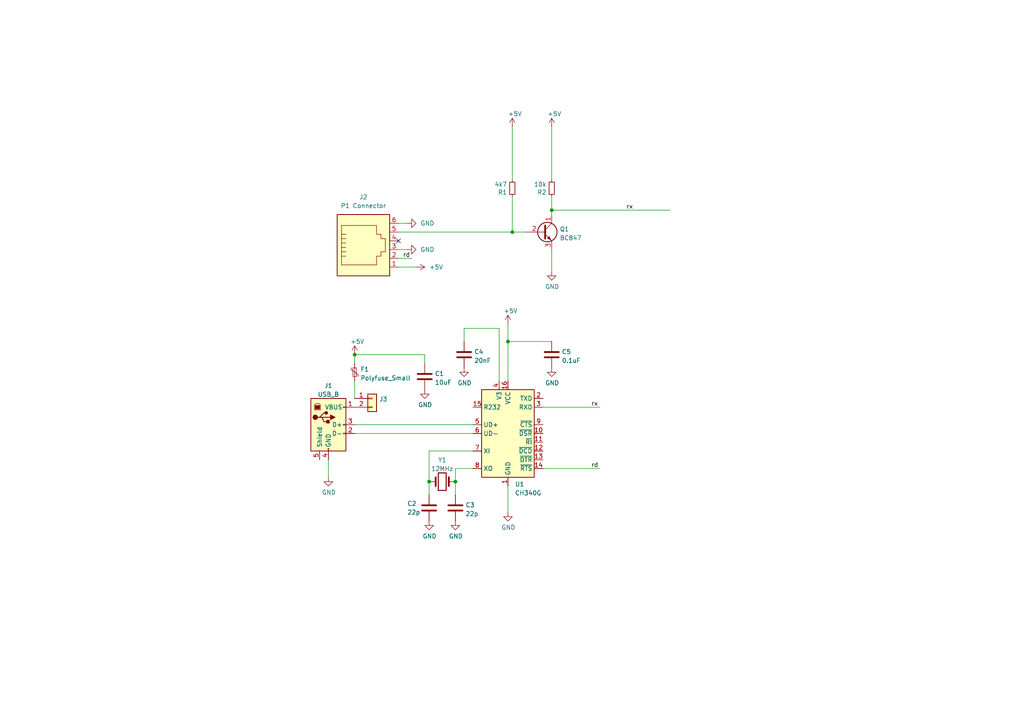
<source format=kicad_sch>
(kicad_sch (version 20211123) (generator eeschema)
  (paper "A4")
  (lib_symbols
    (symbol "Connector:6P6C" (pin_names (offset 1.016))
      (property "Reference" "J" (at -5.08 11.43 0))
      (property "Value" "6P6C" (at 2.54 11.43 0))
      (symbol "6P6C_0_1"
        (polyline (pts (xy -6.35 -1.905) (xy -5.08 -1.905) (xy -5.08 -1.905)))
        (polyline (pts (xy -6.35 -0.635) (xy -5.08 -0.635) (xy -5.08 -0.635)))
        (polyline (pts (xy -6.35 0.635) (xy -5.08 0.635) (xy -5.08 0.635)))
        (polyline (pts (xy -6.35 1.905) (xy -5.08 1.905) (xy -5.08 1.905)))
        (polyline (pts (xy -6.35 3.175) (xy -5.08 3.175) (xy -5.08 3.175)))
        (polyline (pts (xy -5.08 4.445) (xy -6.35 4.445) (xy -6.35 4.445)))
        (polyline (pts (xy -6.35 -4.445) (xy -6.35 6.985) (xy 3.81 6.985) (xy 3.81 4.445) (xy 5.08 4.445) (xy 5.08 3.175) (xy 6.35 3.175) (xy 6.35 -0.635) (xy 5.08 -0.635) (xy 5.08 -1.905) (xy 3.81 -1.905) (xy 3.81 -4.445) (xy -6.35 -4.445) (xy -6.35 -4.445)))
        (rectangle (start 7.62 10.16) (end -7.62 -7.62) (stroke (width 0.254)) (fill (type background)))
      )
      (symbol "6P6C_1_1"
        (pin passive line (at 10.16 -5.08 180) (length 2.54) (name "~") (number "1"))
        (pin passive line (at 10.16 -2.54 180) (length 2.54) (name "~") (number "2"))
        (pin passive line (at 10.16 0 180) (length 2.54) (name "~") (number "3"))
        (pin passive line (at 10.16 2.54 180) (length 2.54) (name "~") (number "4"))
        (pin passive line (at 10.16 5.08 180) (length 2.54) (name "~") (number "5"))
        (pin passive line (at 10.16 7.62 180) (length 2.54) (name "~") (number "6"))
      )
    )
    (symbol "Connector:USB_B" (pin_names (offset 1.016))
      (property "Reference" "J" (at -5.08 11.43 0))
      (property "Value" "USB_B" (at -5.08 8.89 0))
      (symbol "USB_B_0_1"
        (rectangle (start -5.08 -7.62) (end 5.08 7.62) (stroke (width 0.254)) (fill (type background)))
        (circle (center -3.81 2.159) (radius 0.635) (stroke (width 0.254)) (fill (type outline)))
        (rectangle (start -3.81 5.588) (end -2.54 4.572) (fill (type outline)))
        (circle (center -0.635 3.429) (radius 0.381) (stroke (width 0.254)) (fill (type outline)))
        (rectangle (start -0.127 -7.62) (end 0.127 -6.858))
        (polyline (pts (xy -1.905 2.159) (xy 0.635 2.159)) (stroke (width 0.254)))
        (polyline (pts (xy -3.175 2.159) (xy -2.54 2.159) (xy -1.27 3.429) (xy -0.635 3.429)) (stroke (width 0.254)))
        (polyline (pts (xy -2.54 2.159) (xy -1.905 2.159) (xy -1.27 0.889) (xy 0 0.889)) (stroke (width 0.254)))
        (polyline (pts (xy 0.635 2.794) (xy 0.635 1.524) (xy 1.905 2.159) (xy 0.635 2.794)) (stroke (width 0.254)) (fill (type outline)))
        (polyline (pts (xy -4.064 4.318) (xy -2.286 4.318) (xy -2.286 5.715) (xy -2.667 6.096) (xy -3.683 6.096) (xy -4.064 5.715) (xy -4.064 4.318)))
        (rectangle (start 0.254 1.27) (end -0.508 0.508) (stroke (width 0.254)) (fill (type outline)))
        (rectangle (start 5.08 -2.667) (end 4.318 -2.413))
        (rectangle (start 5.08 -0.127) (end 4.318 0.127))
        (rectangle (start 5.08 4.953) (end 4.318 5.207))
      )
      (symbol "USB_B_1_1"
        (pin power_out line (at 7.62 5.08 180) (length 2.54) (name "VBUS") (number "1"))
        (pin bidirectional line (at 7.62 -2.54 180) (length 2.54) (name "D-") (number "2"))
        (pin bidirectional line (at 7.62 0 180) (length 2.54) (name "D+") (number "3"))
        (pin power_out line (at 0 -10.16 90) (length 2.54) (name "GND") (number "4"))
        (pin passive line (at -2.54 -10.16 90) (length 2.54) (name "Shield") (number "5"))
      )
    )
    (symbol "Connector_Generic:Conn_01x02" (pin_names (offset 1.016) hide)
      (property "Reference" "J" (at 0 2.54 0))
      (property "Value" "Conn_01x02" (at 0 -5.08 0))
      (symbol "Conn_01x02_1_1"
        (rectangle (start -1.27 -2.413) (end 0 -2.667) (stroke (width 0.1524)))
        (rectangle (start -1.27 0.127) (end 0 -0.127) (stroke (width 0.1524)))
        (rectangle (start -1.27 1.27) (end 1.27 -3.81) (stroke (width 0.254)) (fill (type background)))
        (pin passive line (at -5.08 0 0) (length 3.81) (name "Pin_1") (number "1"))
        (pin passive line (at -5.08 -2.54 0) (length 3.81) (name "Pin_2") (number "2"))
      )
    )
    (symbol "Device:C" (pin_numbers hide) (pin_names (offset 0.254))
      (property "Reference" "C" (at 0.635 2.54 0))
      (property "Value" "C" (at 0.635 -2.54 0))
      (symbol "C_0_1"
        (polyline (pts (xy -2.032 -0.762) (xy 2.032 -0.762)) (stroke (width 0.508)))
        (polyline (pts (xy -2.032 0.762) (xy 2.032 0.762)) (stroke (width 0.508)))
      )
      (symbol "C_1_1"
        (pin passive line (at 0 3.81 270) (length 2.794) (name "~") (number "1"))
        (pin passive line (at 0 -3.81 90) (length 2.794) (name "~") (number "2"))
      )
    )
    (symbol "Device:Crystal" (pin_numbers hide) (pin_names (offset 1.016) hide)
      (property "Reference" "Y" (at 0 3.81 0))
      (property "Value" "Crystal" (at 0 -3.81 0))
      (symbol "Crystal_0_1"
        (rectangle (start -1.143 2.54) (end 1.143 -2.54) (stroke (width 0.3048)))
        (polyline (pts (xy -2.54 0) (xy -1.905 0)))
        (polyline (pts (xy -1.905 -1.27) (xy -1.905 1.27)) (stroke (width 0.508)))
        (polyline (pts (xy 1.905 -1.27) (xy 1.905 1.27)) (stroke (width 0.508)))
        (polyline (pts (xy 2.54 0) (xy 1.905 0)))
      )
      (symbol "Crystal_1_1"
        (pin passive line (at -3.81 0 0) (length 1.27) (name "1") (number "1"))
        (pin passive line (at 3.81 0 180) (length 1.27) (name "2") (number "2"))
      )
    )
    (symbol "Device:Polyfuse_Small" (pin_numbers hide) (pin_names (offset 0))
      (property "Reference" "F" (at -1.905 0 90))
      (property "Value" "Polyfuse_Small" (at 1.905 0 90))
      (symbol "Polyfuse_Small_0_1"
        (rectangle (start -0.508 1.27) (end 0.508 -1.27))
        (polyline (pts (xy 0 2.54) (xy 0 -2.54)))
        (polyline (pts (xy -1.016 1.27) (xy -1.016 0.762) (xy 1.016 -0.762) (xy 1.016 -1.27)))
      )
      (symbol "Polyfuse_Small_1_1"
        (pin passive line (at 0 2.54 270) (length 0.635) (name "~") (number "1"))
        (pin passive line (at 0 -2.54 90) (length 0.635) (name "~") (number "2"))
      )
    )
    (symbol "Device:R_Small" (pin_numbers hide) (pin_names (offset 0.254) hide)
      (property "Reference" "R" (at 0.762 0.508 0))
      (property "Value" "R_Small" (at 0.762 -1.016 0))
      (symbol "R_Small_0_1"
        (rectangle (start -0.762 1.778) (end 0.762 -1.778) (stroke (width 0.2032)))
      )
      (symbol "R_Small_1_1"
        (pin passive line (at 0 2.54 270) (length 0.762) (name "~") (number "1"))
        (pin passive line (at 0 -2.54 90) (length 0.762) (name "~") (number "2"))
      )
    )
    (symbol "Interface_USB:CH340G"
      (property "Reference" "U" (at -5.08 13.97 0))
      (property "Value" "CH340G" (at 1.27 13.97 0))
      (symbol "CH340G_0_1"
        (rectangle (start -7.62 12.7) (end 7.62 -12.7) (stroke (width 0.254)) (fill (type background)))
      )
      (symbol "CH340G_1_1"
        (pin power_in line (at 0 -15.24 90) (length 2.54) (name "GND") (number "1"))
        (pin input line (at 10.16 0 180) (length 2.54) (name "~{DSR}") (number "10"))
        (pin input line (at 10.16 -2.54 180) (length 2.54) (name "~{RI}") (number "11"))
        (pin input line (at 10.16 -5.08 180) (length 2.54) (name "~{DCD}") (number "12"))
        (pin output line (at 10.16 -7.62 180) (length 2.54) (name "~{DTR}") (number "13"))
        (pin output line (at 10.16 -10.16 180) (length 2.54) (name "~{RTS}") (number "14"))
        (pin input line (at -10.16 7.62 0) (length 2.54) (name "R232") (number "15"))
        (pin power_in line (at 0 15.24 270) (length 2.54) (name "VCC") (number "16"))
        (pin output line (at 10.16 10.16 180) (length 2.54) (name "TXD") (number "2"))
        (pin input line (at 10.16 7.62 180) (length 2.54) (name "RXD") (number "3"))
        (pin passive line (at -2.54 15.24 270) (length 2.54) (name "V3") (number "4"))
        (pin bidirectional line (at -10.16 2.54 0) (length 2.54) (name "UD+") (number "5"))
        (pin bidirectional line (at -10.16 0 0) (length 2.54) (name "UD-") (number "6"))
        (pin input line (at -10.16 -5.08 0) (length 2.54) (name "XI") (number "7"))
        (pin output line (at -10.16 -10.16 0) (length 2.54) (name "XO") (number "8"))
        (pin input line (at 10.16 2.54 180) (length 2.54) (name "~{CTS}") (number "9"))
      )
    )
    (symbol "Transistor_BJT:BC547" (pin_names (offset 0) hide)
      (property "Reference" "Q" (at 5.08 1.905 0))
      (property "Value" "BC547" (at 5.08 0 0))
      (symbol "BC547_0_1"
        (polyline (pts (xy 0 0) (xy 0.635 0)))
        (polyline (pts (xy 0.635 0.635) (xy 2.54 2.54)))
        (polyline (pts (xy 0.635 -0.635) (xy 2.54 -2.54) (xy 2.54 -2.54)))
        (polyline (pts (xy 0.635 1.905) (xy 0.635 -1.905) (xy 0.635 -1.905)) (stroke (width 0.508)))
        (polyline (pts (xy 1.27 -1.778) (xy 1.778 -1.27) (xy 2.286 -2.286) (xy 1.27 -1.778) (xy 1.27 -1.778)) (fill (type outline)))
        (circle (center 1.27 0) (radius 2.8194) (stroke (width 0.254)))
      )
      (symbol "BC547_1_1"
        (pin passive line (at 2.54 5.08 270) (length 2.54) (name "C") (number "1"))
        (pin input line (at -5.08 0 0) (length 5.08) (name "B") (number "2"))
        (pin passive line (at 2.54 -5.08 90) (length 2.54) (name "E") (number "3"))
      )
    )
    (symbol "power:+5V" (power) (pin_names (offset 0))
      (property "Value" "+5V" (at 0 3.556 0))
      (symbol "+5V_0_1"
        (polyline (pts (xy -0.762 1.27) (xy 0 2.54)))
        (polyline (pts (xy 0 0) (xy 0 2.54)))
        (polyline (pts (xy 0 2.54) (xy 0.762 1.27)))
      )
      (symbol "+5V_1_1"
        (pin power_in line (at 0 0 90) (length 0) hide (name "+5V") (number "1"))
      )
    )
    (symbol "power:GND" (power) (pin_names (offset 0))
      (property "Value" "GND" (at 0 -3.81 0))
      (symbol "GND_0_1"
        (polyline (pts (xy 0 0) (xy 0 -1.27) (xy 1.27 -1.27) (xy 0 -2.54) (xy -1.27 -1.27) (xy 0 -1.27)))
      )
      (symbol "GND_1_1"
        (pin power_in line (at 0 0 270) (length 0) hide (name "GND") (number "1"))
      )
    )
  )
  (junction (at 132.08 139.7))
  (junction (at 148.59 67.31))
  (junction (at 124.46 139.7))
  (junction (at 160.02 60.96))
  (junction (at 102.87 102.87))
  (junction (at 147.32 99.06))
  (no_connect (at 115.57 69.85))
  (wire (pts (xy 115.57 72.39) (xy 118.11 72.39)))
  (wire (pts (xy 147.32 99.06) (xy 147.32 110.49)))
  (wire (pts (xy 144.78 110.49) (xy 144.78 95.25)))
  (wire (pts (xy 157.48 135.89) (xy 173.99 135.89)))
  (wire (pts (xy 102.87 110.49) (xy 102.87 115.57)))
  (wire (pts (xy 148.59 67.31) (xy 152.4 67.31)))
  (wire (pts (xy 160.02 60.96) (xy 194.31 60.96)))
  (wire (pts (xy 132.08 139.7) (xy 132.08 143.51)))
  (wire (pts (xy 134.62 95.25) (xy 134.62 99.06)))
  (wire (pts (xy 102.87 123.19) (xy 137.16 123.19)))
  (wire (pts (xy 160.02 60.96) (xy 160.02 62.23)))
  (wire (pts (xy 95.25 133.35) (xy 95.25 138.43)))
  (wire (pts (xy 115.57 67.31) (xy 148.59 67.31)))
  (wire (pts (xy 102.87 125.73) (xy 137.16 125.73)))
  (wire (pts (xy 102.87 105.41) (xy 102.87 102.87)))
  (wire (pts (xy 160.02 57.15) (xy 160.02 60.96)))
  (wire (pts (xy 102.87 102.87) (xy 123.19 102.87)))
  (wire (pts (xy 148.59 57.15) (xy 148.59 67.31)))
  (wire (pts (xy 132.08 139.7) (xy 132.08 135.89)))
  (wire (pts (xy 115.57 77.47) (xy 120.65 77.47)))
  (wire (pts (xy 144.78 95.25) (xy 134.62 95.25)))
  (wire (pts (xy 124.46 139.7) (xy 124.46 143.51)))
  (wire (pts (xy 123.19 105.41) (xy 123.19 102.87)))
  (wire (pts (xy 157.48 118.11) (xy 173.99 118.11)))
  (wire (pts (xy 124.46 139.7) (xy 124.46 130.81)))
  (wire (pts (xy 160.02 78.74) (xy 160.02 72.39)))
  (wire (pts (xy 147.32 93.98) (xy 147.32 99.06)))
  (wire (pts (xy 124.46 130.81) (xy 137.16 130.81)))
  (wire (pts (xy 160.02 36.83) (xy 160.02 52.07)))
  (wire (pts (xy 148.59 36.83) (xy 148.59 52.07)))
  (wire (pts (xy 115.57 64.77) (xy 118.11 64.77)))
  (wire (pts (xy 147.32 99.06) (xy 160.02 99.06)))
  (wire (pts (xy 147.32 140.97) (xy 147.32 148.59)))
  (wire (pts (xy 132.08 135.89) (xy 137.16 135.89)))
  (wire (pts (xy 115.57 74.93) (xy 119.38 74.93)))
  (label "rd" (at 171.45 135.89 0))
  (label "rx" (at 181.61 60.96 0))
  (label "rx" (at 171.45 118.11 0))
  (label "rd" (at 116.84 74.93 0))
  (symbol (lib_id "power:GND") (at 132.08 151.13 0) (unit 1)
    (property "Reference" "#PWR0114" (effects hide))
    (property "Value" "GND" (at 132.207 155.5242 0))
  )
  (symbol (lib_id "Device:C") (at 160.02 102.87 0) (unit 1)
    (property "Reference" "C5" (at 162.941 102.0353 0) (effects (justify left)))
    (property "Value" "0.1uF" (at 162.941 104.5722 0) (effects (justify left)))
    (property "Footprint" "Capacitor_SMD:C_0805_2012Metric_Pad1.18x1.45mm_HandSolder" (effects hide))
  )
  (symbol (lib_id "power:GND") (at 147.32 148.59 0) (unit 1)
    (property "Reference" "#PWR0110" (effects hide))
    (property "Value" "GND" (at 147.447 152.9842 0))
  )
  (symbol (lib_id "power:+5V") (at 102.87 102.87 0) (unit 1)
    (property "Reference" "#PWR0112" (effects hide))
    (property "Value" "+5V" (at 101.6 99.06 0) (effects (justify left)))
  )
  (symbol (lib_id "Connector:6P6C") (at 105.41 72.39 0) (unit 1)
    (property "Reference" "J2" (at 105.41 57.15 0))
    (property "Value" "P1 Connector" (at 105.41 59.69 0))
    (property "Footprint" "Connector_RJ:RJ12_Amphenol_54601" (effects hide))
    (property "Datasheet" "https://www.tme.eu/Document/ea184333224e66e86ff816154e741036/54601-906WPLF.pdf" (effects hide))
    (property "PN" " 54601-906WPLF" (effects hide))
  )
  (symbol (lib_id "power:GND") (at 95.25 138.43 0) (unit 1)
    (property "Reference" "#PWR0113" (effects hide))
    (property "Value" "GND" (at 95.377 142.8242 0))
  )
  (symbol (lib_id "power:GND") (at 124.46 151.13 0) (unit 1)
    (property "Reference" "#PWR0115" (effects hide))
    (property "Value" "GND" (at 124.587 155.5242 0))
  )
  (symbol (lib_id "power:+5V") (at 148.59 36.83 0) (unit 1)
    (property "Reference" "#PWR0106" (effects hide))
    (property "Value" "+5V" (at 147.32 33.02 0) (effects (justify left)))
  )
  (symbol (lib_id "Device:Crystal") (at 128.27 139.7 0) (unit 1)
    (property "Reference" "Y1" (at 128.27 133.4348 0))
    (property "Value" "12MHz" (at 128.27 135.9717 0))
    (property "Footprint" "Crystal:Crystal_SMD_HC49-SD_HandSoldering" (effects hide))
  )
  (symbol (lib_id "power:GND") (at 134.62 106.68 0) (unit 1)
    (property "Reference" "#PWR0109" (effects hide))
    (property "Value" "GND" (at 134.747 111.0742 0))
  )
  (symbol (lib_id "Device:C") (at 134.62 102.87 0) (unit 1)
    (property "Reference" "C4" (at 137.541 102.0353 0) (effects (justify left)))
    (property "Value" "20nF" (at 137.541 104.5722 0) (effects (justify left)))
    (property "Footprint" "Capacitor_SMD:C_0805_2012Metric_Pad1.18x1.45mm_HandSolder" (effects hide))
  )
  (symbol (lib_id "power:GND") (at 118.11 64.77 90) (unit 1)
    (property "Reference" "#PWR0103" (effects hide))
    (property "Value" "GND" (at 121.92 64.7699 90) (effects (justify right)))
  )
  (symbol (lib_id "power:GND") (at 160.02 106.68 0) (unit 1)
    (property "Reference" "#PWR0111" (effects hide))
    (property "Value" "GND" (at 160.147 111.0742 0))
  )
  (symbol (lib_id "Device:R_Small") (at 148.59 54.61 180) (unit 1)
    (property "Reference" "R1" (at 147.0914 55.7784 0) (effects (justify left)))
    (property "Value" "4k7" (at 147.0914 53.467 0) (effects (justify left)))
    (property "Footprint" "Resistor_SMD:R_0805_2012Metric_Pad1.20x1.40mm_HandSolder" (effects hide))
  )
  (symbol (lib_id "power:GND") (at 160.02 78.74 0) (unit 1)
    (property "Reference" "#PWR0101" (effects hide))
    (property "Value" "GND" (at 160.147 83.1342 0))
  )
  (symbol (lib_id "Device:C") (at 124.46 147.32 0) (unit 1)
    (property "Reference" "C2" (at 118.11 146.05 0) (effects (justify left)))
    (property "Value" "22p" (at 118.11 148.59 0) (effects (justify left)))
    (property "Footprint" "Capacitor_SMD:C_0805_2012Metric_Pad1.18x1.45mm_HandSolder" (effects hide))
  )
  (symbol (lib_id "power:+5V") (at 120.65 77.47 270) (unit 1)
    (property "Reference" "#PWR0105" (effects hide))
    (property "Value" "+5V" (at 124.46 77.4699 90) (effects (justify left)))
  )
  (symbol (lib_id "power:GND") (at 123.19 113.03 0) (unit 1)
    (property "Reference" "#PWR0108" (effects hide))
    (property "Value" "GND" (at 123.317 117.4242 0))
  )
  (symbol (lib_id "Transistor_BJT:BC547") (at 157.48 67.31 0) (unit 1)
    (property "Reference" "Q1" (at 162.3314 66.4753 0) (effects (justify left)))
    (property "Value" "BC847" (at 162.3314 69.0122 0) (effects (justify left)))
    (property "Footprint" "Package_TO_SOT_SMD:TSOT-23_HandSoldering" (effects hide))
    (property "Datasheet" "https://www.onsemi.com/pub/Collateral/BC550-D.pdf" (effects hide))
  )
  (symbol (lib_id "Device:C") (at 132.08 147.32 0) (unit 1)
    (property "Reference" "C3" (at 135.001 146.4853 0) (effects (justify left)))
    (property "Value" "22p" (at 135.001 149.0222 0) (effects (justify left)))
    (property "Footprint" "Capacitor_SMD:C_0805_2012Metric_Pad1.18x1.45mm_HandSolder" (effects hide))
  )
  (symbol (lib_id "power:+5V") (at 160.02 36.83 0) (unit 1)
    (property "Reference" "#PWR0107" (effects hide))
    (property "Value" "+5V" (at 158.75 33.02 0) (effects (justify left)))
  )
  (symbol (lib_id "Device:Polyfuse_Small") (at 102.87 107.95 0) (unit 1)
    (property "Reference" "F1" (at 104.521 107.1153 0) (effects (justify left)))
    (property "Value" "Polyfuse_Small" (at 104.521 109.6522 0) (effects (justify left)))
    (property "Footprint" "Fuse:Fuse_0805_2012Metric_Pad1.15x1.40mm_HandSolder" (effects hide))
    (property "Datasheet" "https://www.digikey.se/sv/products/detail/littelfuse-inc/0805L035YR/1212821" (effects hide))
  )
  (symbol (lib_id "Device:C") (at 123.19 109.22 0) (unit 1)
    (property "Reference" "C1" (at 126.111 108.3853 0) (effects (justify left)))
    (property "Value" "10uF" (at 126.111 110.9222 0) (effects (justify left)))
    (property "Footprint" "Capacitor_SMD:C_0805_2012Metric_Pad1.18x1.45mm_HandSolder" (effects hide))
  )
  (symbol (lib_id "Connector_Generic:Conn_01x02") (at 107.95 115.57 0) (unit 1)
    (property "Reference" "J3" (at 109.982 115.7732 0) (effects (justify left)))
    (property "Value" "Conn_01x02" (effects hide))
    (property "Footprint" "Connector_PinHeader_2.54mm:PinHeader_1x02_P2.54mm_Vertical" (effects hide))
  )
  (symbol (lib_id "power:GND") (at 118.11 72.39 90) (unit 1)
    (property "Reference" "#PWR0104" (effects hide))
    (property "Value" "GND" (at 121.92 72.3899 90) (effects (justify right)))
  )
  (symbol (lib_id "power:+5V") (at 147.32 93.98 0) (unit 1)
    (property "Reference" "#PWR0102" (effects hide))
    (property "Value" "+5V" (at 146.05 90.17 0) (effects (justify left)))
  )
  (symbol (lib_id "Interface_USB:CH340G") (at 147.32 125.73 0) (unit 1)
    (property "Reference" "U1" (at 149.3394 140.4604 0) (effects (justify left)))
    (property "Value" "CH340G" (at 149.3394 142.9973 0) (effects (justify left)))
    (property "Footprint" "Package_SO:SOIC-16_3.9x9.9mm_P1.27mm" (effects hide))
    (property "Datasheet" "http://www.datasheet5.com/pdf-local-2195953" (effects hide))
  )
  (symbol (lib_id "Connector:USB_B") (at 95.25 123.19 0) (unit 1)
    (property "Reference" "J1" (at 95.25 111.8702 0))
    (property "Value" "USB_B" (at 95.25 114.4071 0))
    (property "Footprint" "Connector_USB:USB_B_Amphenol_MUSB-D511_Vertical_Rugged" (effects hide))
    (property "Datasheet" "https://www.digikey.se/sv/products/detail/adam-tech/USB-B-S-RA-WT-SPCC/9832261" (effects hide))
  )
  (symbol (lib_id "Device:R_Small") (at 160.02 54.61 180) (unit 1)
    (property "Reference" "R2" (at 158.5214 55.7784 0) (effects (justify left)))
    (property "Value" "10k" (at 158.5214 53.467 0) (effects (justify left)))
    (property "Footprint" "Resistor_SMD:R_0805_2012Metric_Pad1.20x1.40mm_HandSolder" (effects hide))
  )
)
</source>
